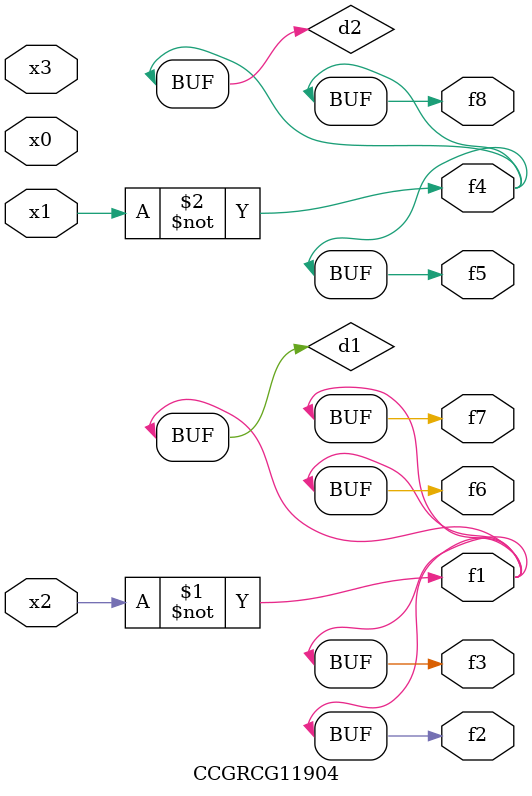
<source format=v>
module CCGRCG11904(
	input x0, x1, x2, x3,
	output f1, f2, f3, f4, f5, f6, f7, f8
);

	wire d1, d2;

	xnor (d1, x2);
	not (d2, x1);
	assign f1 = d1;
	assign f2 = d1;
	assign f3 = d1;
	assign f4 = d2;
	assign f5 = d2;
	assign f6 = d1;
	assign f7 = d1;
	assign f8 = d2;
endmodule

</source>
